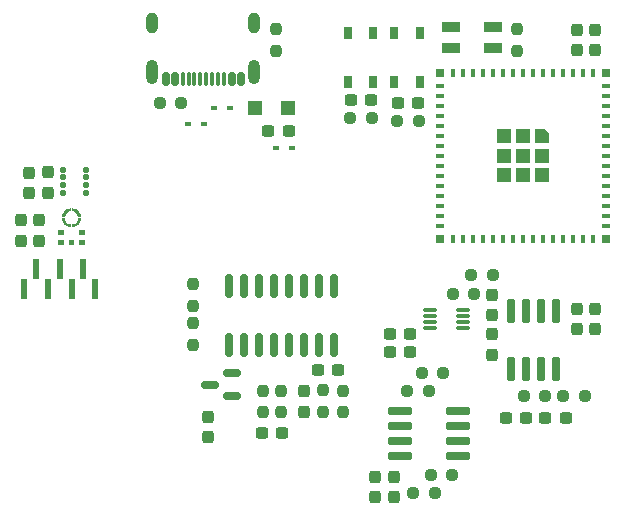
<source format=gtp>
G04 #@! TF.GenerationSoftware,KiCad,Pcbnew,8.0.5*
G04 #@! TF.CreationDate,2024-10-21T14:29:00+02:00*
G04 #@! TF.ProjectId,Slave,536c6176-652e-46b6-9963-61645f706362,rev?*
G04 #@! TF.SameCoordinates,Original*
G04 #@! TF.FileFunction,Paste,Top*
G04 #@! TF.FilePolarity,Positive*
%FSLAX46Y46*%
G04 Gerber Fmt 4.6, Leading zero omitted, Abs format (unit mm)*
G04 Created by KiCad (PCBNEW 8.0.5) date 2024-10-21 14:29:00*
%MOMM*%
%LPD*%
G01*
G04 APERTURE LIST*
G04 Aperture macros list*
%AMRoundRect*
0 Rectangle with rounded corners*
0 $1 Rounding radius*
0 $2 $3 $4 $5 $6 $7 $8 $9 X,Y pos of 4 corners*
0 Add a 4 corners polygon primitive as box body*
4,1,4,$2,$3,$4,$5,$6,$7,$8,$9,$2,$3,0*
0 Add four circle primitives for the rounded corners*
1,1,$1+$1,$2,$3*
1,1,$1+$1,$4,$5*
1,1,$1+$1,$6,$7*
1,1,$1+$1,$8,$9*
0 Add four rect primitives between the rounded corners*
20,1,$1+$1,$2,$3,$4,$5,0*
20,1,$1+$1,$4,$5,$6,$7,0*
20,1,$1+$1,$6,$7,$8,$9,0*
20,1,$1+$1,$8,$9,$2,$3,0*%
%AMOutline5P*
0 Free polygon, 5 corners , with rotation*
0 The origin of the aperture is its center*
0 number of corners: always 5*
0 $1 to $10 corner X, Y*
0 $11 Rotation angle, in degrees counterclockwise*
0 create outline with 5 corners*
4,1,5,$1,$2,$3,$4,$5,$6,$7,$8,$9,$10,$1,$2,$11*%
%AMOutline6P*
0 Free polygon, 6 corners , with rotation*
0 The origin of the aperture is its center*
0 number of corners: always 6*
0 $1 to $12 corner X, Y*
0 $13 Rotation angle, in degrees counterclockwise*
0 create outline with 6 corners*
4,1,6,$1,$2,$3,$4,$5,$6,$7,$8,$9,$10,$11,$12,$1,$2,$13*%
%AMOutline7P*
0 Free polygon, 7 corners , with rotation*
0 The origin of the aperture is its center*
0 number of corners: always 7*
0 $1 to $14 corner X, Y*
0 $15 Rotation angle, in degrees counterclockwise*
0 create outline with 7 corners*
4,1,7,$1,$2,$3,$4,$5,$6,$7,$8,$9,$10,$11,$12,$13,$14,$1,$2,$15*%
%AMOutline8P*
0 Free polygon, 8 corners , with rotation*
0 The origin of the aperture is its center*
0 number of corners: always 8*
0 $1 to $16 corner X, Y*
0 $17 Rotation angle, in degrees counterclockwise*
0 create outline with 8 corners*
4,1,8,$1,$2,$3,$4,$5,$6,$7,$8,$9,$10,$11,$12,$13,$14,$15,$16,$1,$2,$17*%
G04 Aperture macros list end*
%ADD10C,0.000000*%
%ADD11RoundRect,0.237500X0.250000X0.237500X-0.250000X0.237500X-0.250000X-0.237500X0.250000X-0.237500X0*%
%ADD12RoundRect,0.237500X-0.300000X-0.237500X0.300000X-0.237500X0.300000X0.237500X-0.300000X0.237500X0*%
%ADD13RoundRect,0.237500X-0.237500X0.300000X-0.237500X-0.300000X0.237500X-0.300000X0.237500X0.300000X0*%
%ADD14RoundRect,0.237500X0.300000X0.237500X-0.300000X0.237500X-0.300000X-0.237500X0.300000X-0.237500X0*%
%ADD15RoundRect,0.237500X0.237500X-0.250000X0.237500X0.250000X-0.237500X0.250000X-0.237500X-0.250000X0*%
%ADD16RoundRect,0.150000X0.150000X0.425000X-0.150000X0.425000X-0.150000X-0.425000X0.150000X-0.425000X0*%
%ADD17RoundRect,0.075000X0.075000X0.500000X-0.075000X0.500000X-0.075000X-0.500000X0.075000X-0.500000X0*%
%ADD18O,1.000000X2.100000*%
%ADD19O,1.000000X1.800000*%
%ADD20RoundRect,0.237500X0.237500X-0.300000X0.237500X0.300000X-0.237500X0.300000X-0.237500X-0.300000X0*%
%ADD21RoundRect,0.150000X0.587500X0.150000X-0.587500X0.150000X-0.587500X-0.150000X0.587500X-0.150000X0*%
%ADD22RoundRect,0.033750X0.526250X0.101250X-0.526250X0.101250X-0.526250X-0.101250X0.526250X-0.101250X0*%
%ADD23RoundRect,0.237500X-0.250000X-0.237500X0.250000X-0.237500X0.250000X0.237500X-0.250000X0.237500X0*%
%ADD24R,0.600000X1.750000*%
%ADD25RoundRect,0.075000X0.910000X0.225000X-0.910000X0.225000X-0.910000X-0.225000X0.910000X-0.225000X0*%
%ADD26R,0.650000X1.050000*%
%ADD27RoundRect,0.150000X0.150000X-0.850000X0.150000X0.850000X-0.150000X0.850000X-0.150000X-0.850000X0*%
%ADD28R,0.400000X0.800000*%
%ADD29R,0.800000X0.400000*%
%ADD30Outline5P,-0.600000X0.204000X-0.204000X0.600000X0.600000X0.600000X0.600000X-0.600000X-0.600000X-0.600000X270.000000*%
%ADD31R,1.200000X1.200000*%
%ADD32R,0.800000X0.800000*%
%ADD33RoundRect,0.075000X-0.225000X0.910000X-0.225000X-0.910000X0.225000X-0.910000X0.225000X0.910000X0*%
%ADD34R,0.480000X0.400000*%
%ADD35R,1.600000X0.850000*%
%ADD36RoundRect,0.056250X-0.188750X-0.168750X0.188750X-0.168750X0.188750X0.168750X-0.188750X0.168750X0*%
G04 APERTURE END LIST*
G36*
X25892000Y-58725000D02*
G01*
X26392000Y-58725000D01*
X26392000Y-58303000D01*
X25892000Y-58303000D01*
X25892000Y-58725000D01*
G37*
G36*
X26392000Y-57903000D02*
G01*
X25892000Y-57903000D01*
X25892000Y-57481000D01*
X26392000Y-57481000D01*
X26392000Y-57903000D01*
G37*
G36*
X27292000Y-58725000D02*
G01*
X26792000Y-58725000D01*
X26792000Y-58303000D01*
X27292000Y-58303000D01*
X27292000Y-58725000D01*
G37*
G36*
X27692000Y-57903000D02*
G01*
X28192000Y-57903000D01*
X28192000Y-57481000D01*
X27692000Y-57481000D01*
X27692000Y-57903000D01*
G37*
G36*
X28192000Y-58725000D02*
G01*
X27692000Y-58725000D01*
X27692000Y-58303000D01*
X28192000Y-58303000D01*
X28192000Y-58725000D01*
G37*
D10*
G36*
X26992000Y-55879700D02*
G01*
X26882200Y-55900700D01*
X26778800Y-55942900D01*
X26685700Y-56004700D01*
X26606700Y-56083700D01*
X26544900Y-56176800D01*
X26502700Y-56280200D01*
X26481700Y-56390000D01*
X26231000Y-56390000D01*
X26258600Y-56224500D01*
X26319500Y-56068300D01*
X26411200Y-55927800D01*
X26529800Y-55809200D01*
X26670300Y-55717500D01*
X26826500Y-55656600D01*
X26992000Y-55629000D01*
X26992000Y-55879700D01*
G37*
G36*
X26502700Y-56599800D02*
G01*
X26544900Y-56703200D01*
X26606700Y-56796300D01*
X26685700Y-56875300D01*
X26778800Y-56937100D01*
X26882200Y-56979300D01*
X26992000Y-57000300D01*
X26992000Y-57251000D01*
X26826500Y-57223400D01*
X26670300Y-57162500D01*
X26529800Y-57070800D01*
X26411200Y-56952200D01*
X26319500Y-56811700D01*
X26258600Y-56655500D01*
X26231000Y-56490000D01*
X26481700Y-56490000D01*
X26502700Y-56599800D01*
G37*
G36*
X27257500Y-55656600D02*
G01*
X27413700Y-55717500D01*
X27554200Y-55809200D01*
X27672800Y-55927800D01*
X27764500Y-56068300D01*
X27825400Y-56224500D01*
X27853000Y-56390000D01*
X27602300Y-56390000D01*
X27581300Y-56280200D01*
X27539100Y-56176800D01*
X27477300Y-56083700D01*
X27398300Y-56004700D01*
X27305200Y-55942900D01*
X27201800Y-55900700D01*
X27092000Y-55879700D01*
X27092000Y-55629000D01*
X27257500Y-55656600D01*
G37*
G36*
X27825400Y-56655500D02*
G01*
X27764500Y-56811700D01*
X27672800Y-56952200D01*
X27554200Y-57070800D01*
X27413700Y-57162500D01*
X27257500Y-57223400D01*
X27092000Y-57251000D01*
X27092000Y-57000300D01*
X27201800Y-56979300D01*
X27305200Y-56937100D01*
X27398300Y-56875300D01*
X27477300Y-56796300D01*
X27539100Y-56703200D01*
X27581300Y-56599800D01*
X27602300Y-56490000D01*
X27853000Y-56490000D01*
X27825400Y-56655500D01*
G37*
D11*
X61142500Y-62880000D03*
X59317500Y-62880000D03*
D12*
X67163500Y-73365500D03*
X68888500Y-73365500D03*
D13*
X62611000Y-62945000D03*
X62611000Y-64670000D03*
D14*
X49630500Y-69342000D03*
X47905500Y-69342000D03*
X56412500Y-46736000D03*
X54687500Y-46736000D03*
D13*
X52762000Y-78385500D03*
X52762000Y-80110500D03*
D15*
X44390000Y-42312500D03*
X44390000Y-40487500D03*
D13*
X22724000Y-56649600D03*
X22724000Y-58374600D03*
D16*
X41402000Y-44704000D03*
X40602000Y-44704000D03*
D17*
X39452000Y-44704000D03*
X38452000Y-44704000D03*
X37952000Y-44704000D03*
X36952000Y-44704000D03*
D16*
X35802000Y-44704000D03*
X35002000Y-44704000D03*
X35002000Y-44704000D03*
X35802000Y-44704000D03*
D17*
X36452000Y-44704000D03*
X37452000Y-44704000D03*
X38952000Y-44704000D03*
X39952000Y-44704000D03*
D16*
X40602000Y-44704000D03*
X41402000Y-44704000D03*
D18*
X42522000Y-44129000D03*
D19*
X42522000Y-39949000D03*
D18*
X33882000Y-44129000D03*
D19*
X33882000Y-39949000D03*
D12*
X50699500Y-46482000D03*
X52424500Y-46482000D03*
D13*
X23448000Y-52645500D03*
X23448000Y-54370500D03*
D20*
X71374000Y-65886500D03*
X71374000Y-64161500D03*
D11*
X62732500Y-61270000D03*
X60907500Y-61270000D03*
D21*
X40662500Y-71512000D03*
X40662500Y-69612000D03*
X38787500Y-70562000D03*
D22*
X60206000Y-65774000D03*
X60206000Y-65274000D03*
X60206000Y-64774000D03*
X60206000Y-64274000D03*
X57396000Y-64274000D03*
X57396000Y-64774000D03*
X57396000Y-65274000D03*
X57396000Y-65774000D03*
D11*
X67160500Y-71501000D03*
X65335500Y-71501000D03*
D13*
X54356000Y-78385500D03*
X54356000Y-80110500D03*
D23*
X55983500Y-79756000D03*
X57808500Y-79756000D03*
D24*
X23042000Y-62484000D03*
X24042000Y-60734000D03*
X25042000Y-62484000D03*
X26042000Y-60734000D03*
X27042000Y-62484000D03*
X28042000Y-60734000D03*
X29042000Y-62484000D03*
D14*
X65522500Y-73400000D03*
X63797500Y-73400000D03*
D25*
X59765000Y-76635000D03*
X59765000Y-75365000D03*
X59765000Y-74095000D03*
X59765000Y-72825000D03*
X54825000Y-72825000D03*
X54825000Y-74095000D03*
X54825000Y-75365000D03*
X54825000Y-76635000D03*
D11*
X36332500Y-46736000D03*
X34507500Y-46736000D03*
D26*
X54356000Y-44958000D03*
X54356000Y-40808000D03*
X56506000Y-44958000D03*
X56506000Y-40808000D03*
D15*
X37338000Y-63904500D03*
X37338000Y-62079500D03*
D27*
X40360000Y-67220000D03*
X41630000Y-67220000D03*
X42900000Y-67220000D03*
X44170000Y-67220000D03*
X45440000Y-67220000D03*
X46710000Y-67220000D03*
X47980000Y-67220000D03*
X49250000Y-67220000D03*
X49250000Y-62220000D03*
X47980000Y-62220000D03*
X46710000Y-62220000D03*
X45440000Y-62220000D03*
X44170000Y-62220000D03*
X42900000Y-62220000D03*
X41630000Y-62220000D03*
X40360000Y-62220000D03*
D28*
X71218000Y-44196000D03*
X70368000Y-44196000D03*
X69518000Y-44196000D03*
X68668000Y-44196000D03*
X67818000Y-44196000D03*
X66968000Y-44196000D03*
X66118000Y-44196000D03*
X65268000Y-44196000D03*
X64418000Y-44196000D03*
X63568000Y-44196000D03*
X62718000Y-44196000D03*
X61868000Y-44196000D03*
X61018000Y-44196000D03*
X60168000Y-44196000D03*
X59318000Y-44196000D03*
D29*
X58268000Y-45246000D03*
X58268000Y-46096000D03*
X58268000Y-46946000D03*
X58268000Y-47796000D03*
X58268000Y-48646000D03*
X58268000Y-49496000D03*
X58268000Y-50346000D03*
X58268000Y-51196000D03*
X58268000Y-52046000D03*
X58268000Y-52896000D03*
X58268000Y-53746000D03*
X58268000Y-54596000D03*
X58268000Y-55446000D03*
X58268000Y-56296000D03*
X58268000Y-57146000D03*
D28*
X59318000Y-58196000D03*
X60168000Y-58196000D03*
X61018000Y-58196000D03*
X61868000Y-58196000D03*
X62718000Y-58196000D03*
X63568000Y-58196000D03*
X64418000Y-58196000D03*
X65268000Y-58196000D03*
X66118000Y-58196000D03*
X66968000Y-58196000D03*
X67818000Y-58196000D03*
X68668000Y-58196000D03*
X69518000Y-58196000D03*
X70368000Y-58196000D03*
X71218000Y-58196000D03*
D29*
X72268000Y-57146000D03*
X72268000Y-56296000D03*
X72268000Y-55446000D03*
X72268000Y-54596000D03*
X72268000Y-53746000D03*
X72268000Y-52896000D03*
X72268000Y-52046000D03*
X72268000Y-51196000D03*
X72268000Y-50346000D03*
X72268000Y-49496000D03*
X72268000Y-48646000D03*
X72268000Y-47796000D03*
X72268000Y-46946000D03*
X72268000Y-46096000D03*
X72268000Y-45246000D03*
D30*
X66918000Y-49546000D03*
D31*
X65268000Y-49546000D03*
X63618000Y-49546000D03*
X66918000Y-51196000D03*
X65268000Y-51196000D03*
X63618000Y-51196000D03*
X66918000Y-52846000D03*
X65268000Y-52846000D03*
X63618000Y-52846000D03*
D32*
X72268000Y-44196000D03*
X58268000Y-44196000D03*
X58268000Y-58196000D03*
X72268000Y-58196000D03*
D13*
X46736000Y-71127500D03*
X46736000Y-72852500D03*
D14*
X45415096Y-49066380D03*
X43690096Y-49066380D03*
D15*
X64770000Y-42314500D03*
X64770000Y-40489500D03*
D12*
X43180500Y-74626000D03*
X44905500Y-74626000D03*
D33*
X68072000Y-64332000D03*
X66802000Y-64332000D03*
X65532000Y-64332000D03*
X64262000Y-64332000D03*
X64262000Y-69272000D03*
X65532000Y-69272000D03*
X66802000Y-69272000D03*
X68072000Y-69272000D03*
D23*
X68683500Y-71501000D03*
X70508500Y-71501000D03*
D31*
X45342000Y-47130000D03*
X42542000Y-47130000D03*
D20*
X71374000Y-42264500D03*
X71374000Y-40539500D03*
D34*
X40422553Y-47133701D03*
X39102553Y-47133701D03*
D15*
X37338000Y-67206500D03*
X37338000Y-65381500D03*
D20*
X69850000Y-65886500D03*
X69850000Y-64161500D03*
D15*
X48366441Y-72887568D03*
X48366441Y-71062568D03*
X43281000Y-72895000D03*
X43281000Y-71070000D03*
D13*
X24248000Y-56649600D03*
X24248000Y-58374600D03*
D14*
X55726500Y-66294000D03*
X54001500Y-66294000D03*
D23*
X54637500Y-48260000D03*
X56462500Y-48260000D03*
D15*
X44805000Y-72895000D03*
X44805000Y-71070000D03*
D13*
X38582000Y-73295500D03*
X38582000Y-75020500D03*
D23*
X55475500Y-71120000D03*
X57300500Y-71120000D03*
X56685329Y-69565453D03*
X58510329Y-69565453D03*
D26*
X52578000Y-40808000D03*
X52578000Y-44958000D03*
X50428000Y-40808000D03*
X50428000Y-44958000D03*
D35*
X59210000Y-40273000D03*
X59210000Y-42023000D03*
X62710000Y-42023000D03*
X62710000Y-40273000D03*
D13*
X25010000Y-52604500D03*
X25010000Y-54329500D03*
D34*
X44388938Y-50539396D03*
X45708938Y-50539396D03*
D36*
X28266000Y-52365000D03*
X28266000Y-53015000D03*
X28266000Y-53665000D03*
X28266000Y-54315000D03*
X26326000Y-54315000D03*
X26326000Y-53665000D03*
X26326000Y-53015000D03*
X26326000Y-52365000D03*
D15*
X49988511Y-72888203D03*
X49988511Y-71063203D03*
D11*
X59290000Y-78232000D03*
X57465000Y-78232000D03*
D20*
X69850000Y-42264500D03*
X69850000Y-40539500D03*
D12*
X54001500Y-67818000D03*
X55726500Y-67818000D03*
D13*
X62611000Y-66320500D03*
X62611000Y-68045500D03*
D11*
X52474500Y-48006000D03*
X50649500Y-48006000D03*
D34*
X36940000Y-48514000D03*
X38260000Y-48514000D03*
M02*

</source>
